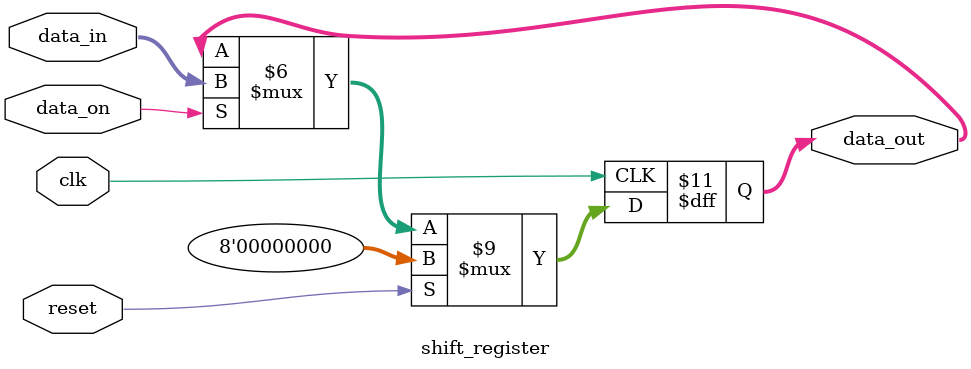
<source format=v>
module top_cnn #(
    parameter CHANNEL_IN         = 3,
    parameter PIXEL_WIDTH        = 16,
    parameter WEIGHT_WIDTH       = 9,
    parameter OUT_WIDTH          = 16,
    parameter IMG_DIM_IN         = 224,

    // Layer-wise filter counts
    parameter FILTERS1           = 4,
    parameter FILTERS2           = 8,
    parameter FILTERS3           = 16,
    parameter FILTERS4           = 16,
    parameter FILTERS5           = 8,
    parameter FILTERS6           = 8,  // Linear1 output size
    parameter FILTERS7           = 2,  // Final output size

    // Derived channel counts
    parameter CHANNEL1           = FILTERS1,
    parameter CHANNEL2           = FILTERS2,
    parameter CHANNEL3           = FILTERS3,
    parameter CHANNEL4           = FILTERS4,
    parameter CHANNEL5           = FILTERS5,
    parameter CHANNEL6           = FILTERS6,

    // Image dimensions post each pooling
    parameter IMG_DIM1           = 222,
    parameter IMG_DIM2           = 109,
    parameter IMG_DIM3           = 52,
    parameter IMG_DIM4           = 24,
    parameter IMG_DIM5           = 10,
    parameter IMG_DIM6           = 5,
    parameter IMG_DIM7           = 1
)(
    input wire clk,
    input wire reset,

    input wire [CHANNEL_IN*PIXEL_WIDTH-1:0] pixel_in,
    input wire data_on,

    input wire [WEIGHT_WIDTH-1:0] bias_in,
    input wire [WEIGHT_WIDTH-1:0] weight_in,
    input wire weight_data_on,
    input wire bias_data_on,
    input wire weight_reset,
    input wire bias_reset,

    output wire weights_done,
    output wire bias_done
);

    // Intermediate layer outputs and valids
    wire [CHANNEL1*OUT_WIDTH-1:0] conv1_out;
    wire conv1_valid;
    wire [CHANNEL1*OUT_WIDTH-1:0] pool1_out;
    wire pool1_valid;

    wire [CHANNEL2*OUT_WIDTH-1:0] conv2_out;
    wire conv2_valid;
    wire [CHANNEL2*OUT_WIDTH-1:0] pool2_out;
    wire pool2_valid;

    wire [CHANNEL3*OUT_WIDTH-1:0] conv3_out;
    wire conv3_valid;
    wire [CHANNEL3*OUT_WIDTH-1:0] pool3_out;
    wire pool3_valid;

    wire [CHANNEL4*OUT_WIDTH-1:0] conv4_out;
    wire conv4_valid;
    wire [CHANNEL4*OUT_WIDTH-1:0] pool4_out;
    wire pool4_valid;

    wire [CHANNEL5*OUT_WIDTH-1:0] conv5_out;
    wire conv5_valid;
    wire [CHANNEL5*OUT_WIDTH-1:0] pool5_out;
    wire pool5_valid;

    wire [CHANNEL6*OUT_WIDTH-1:0] conv6_out;
    wire conv6_valid;

    wire [FILTERS7*OUT_WIDTH-1:0] final_out;
    wire final_valid;

    wire w_done1, w_done2, w_done3, w_done4, w_done5, w_done6, w_done7;
    wire b_done1, b_done2, b_done3, b_done4, b_done5, b_done6, b_done7;

    // Layer 1
    convolution #(
        .CHANNEL(CHANNEL_IN), .IMAGE_DIM(IMG_DIM_IN), .STRIDE(1), .ZERO_PAD(0),
        .DATA_WIDTH_INPUT(PIXEL_WIDTH), .DATA_WIDTH_WEIGHT(WEIGHT_WIDTH),
        .FILTER_NUMBER(FILTERS1), .OUT_WIDTH(OUT_WIDTH)
    ) conv1 (
        .clk(clk), .reset(reset),
        .pixel_in(pixel_in), .data_on(data_on),
        .bias_in(bias_in), .weight_in(weight_in),
        .weight_data_on(weight_data_on), .bias_data_on(bias_data_on),
        .weight_reset(weight_reset), .bias_reset(bias_reset),
        .weights_done(w_done1), .bias_done(b_done1),
        .conv_out(conv1_out), .mul_do(conv1_valid)
    );

    maxpooling #(
        .CHANNEL(CHANNEL1), .IMAGE_DIM(IMG_DIM1), .STRIDE(2),
        .DATA_WIDTH(OUT_WIDTH)
    ) pool1 (
        .clk(clk), .reset(reset),
        .pixel_in(conv1_out), .data_on(conv1_valid),
        .pool_out(pool1_out), .pool_valid(pool1_valid)
    );

    // Layer 2
    convolution #(
        .CHANNEL(CHANNEL1), .IMAGE_DIM(IMG_DIM1/2), .STRIDE(1), .ZERO_PAD(0),
        .DATA_WIDTH_INPUT(PIXEL_WIDTH), .DATA_WIDTH_WEIGHT(WEIGHT_WIDTH),
        .FILTER_NUMBER(FILTERS2), .OUT_WIDTH(OUT_WIDTH)
    ) conv2 (
        .clk(clk), .reset(reset),
        .pixel_in(pool1_out), .data_on(pool1_valid),
        .bias_in(bias_in), .weight_in(weight_in),
        .weight_data_on(weight_data_on), .bias_data_on(bias_data_on),
        .weight_reset(weight_reset), .bias_reset(bias_reset),
        .weights_done(w_done2), .bias_done(b_done2),
        .conv_out(conv2_out), .mul_do(conv2_valid)
    );

    maxpooling #(
        .CHANNEL(CHANNEL2), .IMAGE_DIM(IMG_DIM2), .STRIDE(2),
        .DATA_WIDTH(OUT_WIDTH)
    ) pool2 (
        .clk(clk), .reset(reset),
        .pixel_in(conv2_out), .data_on(conv2_valid),
        .pool_out(pool2_out), .pool_valid(pool2_valid)
    );

    // Layer 3
    convolution #(
        .CHANNEL(CHANNEL2), .IMAGE_DIM(IMG_DIM2/2), .STRIDE(1), .ZERO_PAD(0),
        .DATA_WIDTH_INPUT(PIXEL_WIDTH), .DATA_WIDTH_WEIGHT(WEIGHT_WIDTH),
        .FILTER_NUMBER(FILTERS3), .OUT_WIDTH(OUT_WIDTH)
    ) conv3 (
        .clk(clk), .reset(reset),
        .pixel_in(pool2_out), .data_on(pool2_valid),
        .bias_in(bias_in), .weight_in(weight_in),
        .weight_data_on(weight_data_on), .bias_data_on(bias_data_on),
        .weight_reset(weight_reset), .bias_reset(bias_reset),
        .weights_done(w_done3), .bias_done(b_done3),
        .conv_out(conv3_out), .mul_do(conv3_valid)
    );

    maxpooling #(
        .CHANNEL(CHANNEL3), .IMAGE_DIM(IMG_DIM3), .STRIDE(2),
        .DATA_WIDTH(OUT_WIDTH)
    ) pool3 (
        .clk(clk), .reset(reset),
        .pixel_in(conv3_out), .data_on(conv3_valid),
        .pool_out(pool3_out), .pool_valid(pool3_valid)
    );

    // Layer 4
    convolution #(
        .CHANNEL(CHANNEL3), .IMAGE_DIM(IMG_DIM3/2), .STRIDE(1), .ZERO_PAD(0),
        .DATA_WIDTH_INPUT(PIXEL_WIDTH), .DATA_WIDTH_WEIGHT(WEIGHT_WIDTH),
        .FILTER_NUMBER(FILTERS4), .OUT_WIDTH(OUT_WIDTH)
    ) conv4 (
        .clk(clk), .reset(reset),
        .pixel_in(pool3_out), .data_on(pool3_valid),
        .bias_in(bias_in), .weight_in(weight_in),
        .weight_data_on(weight_data_on), .bias_data_on(bias_data_on),
        .weight_reset(weight_reset), .bias_reset(bias_reset),
        .weights_done(w_done4), .bias_done(b_done4),
        .conv_out(conv4_out), .mul_do(conv4_valid)
    );

    maxpooling #(
        .CHANNEL(CHANNEL4), .IMAGE_DIM(IMG_DIM4), .STRIDE(2),
        .DATA_WIDTH(OUT_WIDTH)
    ) pool4 (
        .clk(clk), .reset(reset),
        .pixel_in(conv4_out), .data_on(conv4_valid),
        .pool_out(pool4_out), .pool_valid(pool4_valid)
    );

    // Layer 5
    convolution #(
        .CHANNEL(CHANNEL4), .IMAGE_DIM(IMG_DIM4/2), .STRIDE(1), .ZERO_PAD(0),
        .DATA_WIDTH_INPUT(PIXEL_WIDTH), .DATA_WIDTH_WEIGHT(WEIGHT_WIDTH),
        .FILTER_NUMBER(FILTERS5), .OUT_WIDTH(OUT_WIDTH)
    ) conv5 (
        .clk(clk), .reset(reset),
        .pixel_in(pool4_out), .data_on(pool4_valid),
        .bias_in(bias_in), .weight_in(weight_in),
        .weight_data_on(weight_data_on), .bias_data_on(bias_data_on),
        .weight_reset(weight_reset), .bias_reset(bias_reset),
        .weights_done(w_done5), .bias_done(b_done5),
        .conv_out(conv5_out), .mul_do(conv5_valid)
    );

    maxpooling #(
        .CHANNEL(CHANNEL5), .IMAGE_DIM(IMG_DIM5), .STRIDE(2),
        .DATA_WIDTH(OUT_WIDTH)
    ) pool5 (
        .clk(clk), .reset(reset),
        .pixel_in(conv5_out), .data_on(conv5_valid),
        .pool_out(pool5_out), .pool_valid(pool5_valid)
    );

    // Layer 6: Linear
    LinearLayer #(
        .CHANNEL(CHANNEL5), .IMG_DIM(IMG_DIM6), .FILTER_NUMBER(FILTERS6),
        .DATA_WIDTH_INPUT(PIXEL_WIDTH), .DATA_WIDTH_WEIGHT(WEIGHT_WIDTH),
        .OUT_WIDTH(OUT_WIDTH)
    ) linear1 (
        .clk(clk), .reset(reset),
        .pixel_in(pool5_out), .data_on(pool5_valid),
        .bias_in(bias_in), .weight_in(weight_in),
        .weight_data_on(weight_data_on), .bias_data_on(bias_data_on),
        .weight_reset(weight_reset), .bias_reset(bias_reset),
        .weights_done(w_done6), .bias_done(b_done6),
        .conv_out(conv6_out), .mul_do(conv6_valid)
    );

    // Layer 7: Final linear
    LinearLayer #(
        .CHANNEL(CHANNEL6), .IMG_DIM(IMG_DIM7), .FILTER_NUMBER(FILTERS7),
        .DATA_WIDTH_INPUT(PIXEL_WIDTH), .DATA_WIDTH_WEIGHT(WEIGHT_WIDTH),
        .OUT_WIDTH(OUT_WIDTH)
    ) linear2 (
        .clk(clk), .reset(reset),
        .pixel_in(conv6_out), .data_on(conv6_valid),
        .bias_in(bias_in), .weight_in(weight_in),
        .weight_data_on(weight_data_on), .bias_data_on(bias_data_on),
        .weight_reset(weight_reset), .bias_reset(bias_reset),
        .weights_done(w_done7), .bias_done(b_done7),
        .conv_out(final_out), .mul_do(final_valid)
    );

    assign weights_done = w_done1 & w_done2 & w_done3 & w_done4 & w_done5 & w_done6 & w_done7;
    assign bias_done    = b_done1 & b_done2 & b_done3 & b_done4 & b_done5 & b_done6 & b_done7;

endmodule


/////////////////////////////////////////////////////////////////////////
//Linear Layer
/////////////////////////////////////////////////////////////////////////
module LinearLayer #(
    parameter IMG_DIM = 5,
    parameter CHANNEL = 8,
    parameter FILTER_NUMBER = 8,
    parameter DATA_WIDTH_INPUT = 16,
    parameter DATA_WIDTH_WEIGHT = 12,
    parameter OUT_WIDTH = 20
)(
    input clk,
    input reset,

    input [DATA_WIDTH_WEIGHT-1:0] weight_in,
    input [DATA_WIDTH_WEIGHT-1:0] bias_in,
    input weight_data_on,
    input bias_data_on,
    input weight_reset,
    input bias_reset,

    input [CHANNEL*DATA_WIDTH_INPUT-1:0] pixel_in,
    input data_on,

    output reg weights_done,
    output reg bias_done,
    output reg [FILTER_NUMBER*OUT_WIDTH-1:0] conv_out,
    output reg mul_do
);

    localparam TOTAL_INPUTS = IMG_DIM * IMG_DIM;
    localparam TOTAL_WEIGHTS = TOTAL_INPUTS * CHANNEL * FILTER_NUMBER;
    localparam ADDR_WIDTH_WEIGHT = $clog2(TOTAL_WEIGHTS);
    localparam ADDR_WIDTH_BIAS = $clog2(FILTER_NUMBER);

    reg [DATA_WIDTH_WEIGHT-1:0] weight_mem [0:TOTAL_WEIGHTS-1];
    reg [ADDR_WIDTH_WEIGHT-1:0] weight_wr_addr;

    reg [DATA_WIDTH_WEIGHT-1:0] bias_mem [0:FILTER_NUMBER-1];
    reg [ADDR_WIDTH_BIAS-1:0] bias_wr_addr;

    reg signed [OUT_WIDTH-1:0] acc [0:FILTER_NUMBER-1];

    reg [$clog2(TOTAL_INPUTS)-1:0] input_count;

    reg signed [DATA_WIDTH_INPUT-1:0] pixel;
    reg signed [DATA_WIDTH_WEIGHT-1:0] weight;
    reg signed [OUT_WIDTH-1:0] product;

    integer f, c;

    always @(posedge clk or posedge reset) begin
        if (reset) begin
            weights_done <= 0;
            bias_done <= 0;
            weight_wr_addr <= 0;
            bias_wr_addr <= 0;
            input_count <= 0;
            mul_do <= 0;
            conv_out <= 0;
            for (f = 0; f < FILTER_NUMBER; f = f + 1)
                acc[f] <= 0;
        end else begin
            // Weight Loading
            if (weight_reset) begin
                weight_wr_addr <= 0;
                weights_done <= 0;
            end else if (weight_data_on && !weights_done) begin
                weight_mem[weight_wr_addr] <= weight_in;
                weight_wr_addr <= weight_wr_addr + 1;
                if (weight_wr_addr == TOTAL_WEIGHTS - 1)
                    weights_done <= 1;
            end

            // Bias Loading
            if (bias_reset) begin
                bias_wr_addr <= 0;
                bias_done <= 0;
            end else if (bias_data_on && !bias_done) begin
                bias_mem[bias_wr_addr] <= bias_in;
                bias_wr_addr <= bias_wr_addr + 1;
                if (bias_wr_addr == FILTER_NUMBER - 1)
                    bias_done <= 1;
            end

            // Computation
            if (data_on) begin
                mul_do <= 1;
                for (f = 0; f < FILTER_NUMBER; f = f + 1) begin
                    for (c = 0; c < CHANNEL; c = c + 1) begin
                        pixel = pixel_in[c*DATA_WIDTH_INPUT +: DATA_WIDTH_INPUT];
                        weight = weight_mem[(input_count * CHANNEL * FILTER_NUMBER) + (f * CHANNEL + c)];
                        product = pixel * weight;
                        acc[f] <= acc[f] + (product >>> 4);
                    end
                end
                input_count <= input_count + 1;
                if (input_count == TOTAL_INPUTS - 1) begin
                    for (f = 0; f < FILTER_NUMBER; f = f + 1) begin
                        acc[f] <= acc[f] + bias_mem[f];
                        conv_out[f*OUT_WIDTH +: OUT_WIDTH] <= acc[f];
                        acc[f] <= 0;
                    end
                    input_count <= 0;
                end
            end else begin
                mul_do <= 0;
            end
        end
    end
endmodule



////////////////////////////////////////////////////////////////////////
//MAXPOOLING
////////////////////////////////////////////////////////////////////////

module maxpooling #(
    parameter IMAGE_DIM = 32,
    parameter STRIDE = 2,
    parameter ZERO_PAD = 0,
    parameter DATA_WIDTH = 8,
    parameter CHANNEL = 3
)(
    input wire clk,
    input wire reset,
    input wire [CHANNEL*DATA_WIDTH-1:0] pixel_in,
    input wire data_on,
    output wire [CHANNEL*DATA_WIDTH-1:0] pool_out,
    output wire pool_valid
);

    wire [CHANNEL*4*DATA_WIDTH-1:0] window_pixels;

    image_window_extractor_2x2 #(
        .IMAGE_DIM(IMAGE_DIM),
        .ZERO_PAD(ZERO_PAD),
        .DATA_WIDTH(DATA_WIDTH),
        .CHANNEL(CHANNEL),
        .STRIDE(STRIDE)
    ) win_extractor (
        .clk(clk),
        .reset(reset),
        .data_on(data_on),
        .pixel_in(pixel_in),
        .window_out(window_pixels),
        .mul_do(pool_valid)
    );

    genvar ch;
    generate
        for (ch = 0; ch < CHANNEL; ch = ch + 1) begin : pool_ch
            wire [DATA_WIDTH-1:0] p0, p1, p2, p3;
            assign p0 = window_pixels[(ch*4+0)*DATA_WIDTH +: DATA_WIDTH];
            assign p1 = window_pixels[(ch*4+1)*DATA_WIDTH +: DATA_WIDTH];
            assign p2 = window_pixels[(ch*4+2)*DATA_WIDTH +: DATA_WIDTH];
            assign p3 = window_pixels[(ch*4+3)*DATA_WIDTH +: DATA_WIDTH];

            wire [DATA_WIDTH-1:0] max0 = (p0 > p1) ? p0 : p1;
            wire [DATA_WIDTH-1:0] max1 = (p2 > p3) ? p2 : p3;
            wire [DATA_WIDTH-1:0] max_final = (max0 > max1) ? max0 : max1;

            assign pool_out[ch*DATA_WIDTH +: DATA_WIDTH] = max_final;
        end
    endgenerate

endmodule

////////////////////////////////////////////////////////////////////////
//CONVOLUTION
////////////////////////////////////////////////////////////////////////

module convolution #(
    parameter IMAGE_DIM = 32,
    parameter STRIDE = 1,
    parameter FILTER_SIZE = 3,
    parameter ZERO_PAD = 1,
    parameter DATA_WIDTH_INPUT = 30,
    parameter DATA_WIDTH_WEIGHT = 21,
    parameter CHANNEL = 3,
    parameter FILTER_NUMBER = 8,
    parameter OUT_WIDTH = 30
)(
    input wire clk,
    input wire reset,

    input wire [CHANNEL*DATA_WIDTH_INPUT-1:0] pixel_in,
    input wire data_on,

    input wire [DATA_WIDTH_WEIGHT-1:0] bias_in,
    input wire [DATA_WIDTH_WEIGHT-1:0] weight_in,
    input wire weight_data_on,
    input wire bias_data_on,
    input wire weight_reset,
    input wire bias_reset,

    output wire weights_done,
    output wire bias_done,
    output wire [FILTER_NUMBER*OUT_WIDTH-1:0] conv_out,
    output wire mul_do
);

    localparam WINDOW_SIZE = 9;
    localparam TOTAL_WEIGHTS = CHANNEL * WINDOW_SIZE * FILTER_NUMBER;
    localparam ADDR_WIDTH_WEIGHT = $clog2(TOTAL_WEIGHTS);
    localparam MULT_WIDTH = DATA_WIDTH_INPUT + DATA_WIDTH_WEIGHT;
    localparam FRAC_WIDTH_INPUT = 21;
    localparam FRAC_WIDTH_WEIGHT = 21;
    localparam FRAC_WIDTH_OUTPUT = 21;
    localparam TRUNCATE_LSB = 21;

    // Bias memory
    wire [FILTER_NUMBER*DATA_WIDTH_WEIGHT-1:0] flat_bias;

    // Bias Loader
    bias_loader #(
        .FILTER_NUMBER(FILTER_NUMBER),
        .DATA_WIDTH_WEIGHT(DATA_WIDTH_WEIGHT)
    ) bias_loader_inst (
        .clk(clk),
        .bias_reset(bias_reset),
        .bias_data_on(bias_data_on),
        .bias_in(bias_in),
        .bias_done(bias_done),
        .flat_bias(flat_bias)
    );

    // Weight Loader with shift registers
    weight_loader_conv #(
        .CHANNEL(CHANNEL),
        .FILTER_NUMBER(FILTER_NUMBER)
    ) weight_loader_inst (
        .clk(clk),
        .weight_reset(weight_reset),
        .weight_data_on(weight_data_on),
        .weights_done(weights_done)
    );

    // Shift register chain to hold weights
    wire [DATA_WIDTH_WEIGHT-1:0] shift_reg_out [0:TOTAL_WEIGHTS-1];
    wire [DATA_WIDTH_WEIGHT-1:0] shift_reg_in [0:TOTAL_WEIGHTS-1];

    genvar i;
    generate
        for (i = 0; i < TOTAL_WEIGHTS; i = i + 1) begin : shift_chain
            if (i == 0) begin
                assign shift_reg_in[i] = weight_in;
            end else begin
                assign shift_reg_in[i] = shift_reg_out[i-1];
            end

            shift_register #(
                .N(DATA_WIDTH_WEIGHT)
            ) sr_inst (
                .clk(clk),
                .reset(weight_reset),
                .data_on(weight_data_on && !weights_done),
                .data_in(shift_reg_in[i]),
                .data_out(shift_reg_out[i])
            );
        end
    endgenerate

    // Window extractor
    wire [CHANNEL*WINDOW_SIZE*DATA_WIDTH_INPUT-1:0] window_pixels;

    image_window_extractor #(
        .IMAGE_DIM(IMAGE_DIM),
        .ZERO_PAD(ZERO_PAD),
        .DATA_WIDTH(DATA_WIDTH_INPUT),
        .CHANNEL(CHANNEL),
        .STRIDE(STRIDE)
    ) image_window_extractor_inst (
        .clk(clk),
        .reset(reset),
        .data_on(data_on),
        .pixel_in(pixel_in),
        .window_out(window_pixels),
        .mul_do(mul_do)
    );

    // MAC logic directly inside this module
    genvar f, c, w;
    generate
        for (f = 0; f < FILTER_NUMBER; f = f + 1) begin : filter_loop
            wire signed [OUT_WIDTH-1:0] partial_sum [0:CHANNEL*WINDOW_SIZE-1];

            for (c = 0; c < CHANNEL; c = c + 1) begin : channel_loop
                for (w = 0; w < WINDOW_SIZE; w = w + 1) begin : win_loop
                    wire signed [DATA_WIDTH_INPUT-1:0] pixel = window_pixels[(c*WINDOW_SIZE + w)*DATA_WIDTH_INPUT +: DATA_WIDTH_INPUT];
                    wire signed [DATA_WIDTH_WEIGHT-1:0] weight = shift_reg_out[(f*CHANNEL*WINDOW_SIZE) + (c*WINDOW_SIZE + w)];

                    wire signed [MULT_WIDTH-1:0] product_full = pixel * weight;
                    wire signed [MULT_WIDTH-TRUNCATE_LSB-1:0] product_trunc = product_full[MULT_WIDTH-1:TRUNCATE_LSB];
                    wire signed [OUT_WIDTH-1:0] product_ext = {{(OUT_WIDTH-(MULT_WIDTH-TRUNCATE_LSB)){product_trunc[MULT_WIDTH-TRUNCATE_LSB-1]}}, product_trunc};

                    assign partial_sum[c*WINDOW_SIZE + w] = product_ext;
                end
            end

            // Accumulate all products
            wire signed [OUT_WIDTH-1:0] acc_temp [0:CHANNEL*WINDOW_SIZE];
            assign acc_temp[0] = partial_sum[0];
            for (w = 1; w < CHANNEL*WINDOW_SIZE; w = w + 1) begin : acc_loop
                assign acc_temp[w] = acc_temp[w-1] + partial_sum[w];
            end

            // Add bias
            wire signed [DATA_WIDTH_WEIGHT-1:0] bias_raw = flat_bias[f*DATA_WIDTH_WEIGHT +: DATA_WIDTH_WEIGHT];
            wire signed [OUT_WIDTH-1:0] bias_ext = {{(OUT_WIDTH-DATA_WIDTH_WEIGHT){bias_raw[DATA_WIDTH_WEIGHT-1]}}, bias_raw};
            wire signed [OUT_WIDTH-1:0] acc_with_bias = acc_temp[CHANNEL*WINDOW_SIZE-1] + bias_ext;

            // ReLU
            wire [OUT_WIDTH-1:0] relu_out = acc_with_bias[OUT_WIDTH-1] ? {OUT_WIDTH{1'b0}} : acc_with_bias;

            // Assign to output
            assign conv_out[f*OUT_WIDTH +: OUT_WIDTH] = relu_out;
        end
    endgenerate

endmodule


////////////////////////////////////////////////////////////////////////
//BIAS_LOADER
////////////////////////////////////////////////////////////////////////

module bias_loader #(
    parameter FILTER_NUMBER = 8,
    parameter DATA_WIDTH_WEIGHT = 9
)(
    input wire clk,
    input wire bias_reset,
    input wire bias_data_on,
    input wire [DATA_WIDTH_WEIGHT-1:0] bias_in,
    output reg bias_done,
    output reg [FILTER_NUMBER*DATA_WIDTH_WEIGHT-1:0] flat_bias
);

    reg [$clog2(FILTER_NUMBER):0] bias_ptr;

    always @(posedge clk or posedge bias_reset) begin
        if (bias_reset) begin
            bias_ptr <= 0;
            flat_bias <= 0;
            bias_done <= 0;
        end else if (bias_data_on && !bias_done) begin
            flat_bias[bias_ptr*DATA_WIDTH_WEIGHT +: DATA_WIDTH_WEIGHT] <= bias_in;
            bias_ptr <= bias_ptr + 1;
            if (bias_ptr == FILTER_NUMBER-1)
                bias_done <= 1;
        end
    end
endmodule

////////////////////////////////////////////////////////////////////////
//WEIGHT_LOADER_CONV
////////////////////////////////////////////////////////////////////////

module weight_loader_conv #(
    parameter CHANNEL = 3,
    parameter FILTER_NUMBER = 8
)(
    input wire clk,
    input wire weight_reset,
    input wire weight_data_on,
    output reg weights_done
);

    localparam TOTAL_WEIGHTS = CHANNEL * 9 * FILTER_NUMBER;
    localparam ADDR_WIDTH = $clog2(TOTAL_WEIGHTS);


    // Write pointer and weights_done logic
    reg [ADDR_WIDTH-1:0] write_ptr;
    always @(posedge clk or posedge weight_reset) begin
        if (weight_reset) begin
            write_ptr <= 0;
            weights_done <= 0;
        end else if (weight_data_on && !weights_done) begin
            write_ptr <= write_ptr + 1;
            if (write_ptr == TOTAL_WEIGHTS - 1) begin
                weights_done <= 1;
            end
        end
    end

endmodule

////////////////////////////////////////////////////////////////////////
//IMAGE_WINDOW_EXTRACTOR_3*3
////////////////////////////////////////////////////////////////////////

module image_window_extractor_2x2 #(
    parameter IMAGE_DIM = 32,
    parameter ZERO_PAD = 0,
    parameter DATA_WIDTH = 8,
    parameter CHANNEL = 3,
    parameter STRIDE = 2
)(
    input wire clk,
    input wire reset,
    input wire data_on,
    input wire [CHANNEL*DATA_WIDTH-1:0] pixel_in,
    output wire [CHANNEL*4*DATA_WIDTH-1:0] window_out,
    output reg mul_do
);

    localparam ROW_LEN = IMAGE_DIM + 2*ZERO_PAD;

    genvar ch, i;
    generate
        for (ch = 0; ch < CHANNEL; ch = ch + 1) begin : channel_block
            wire [DATA_WIDTH-1:0] row_buffer [0:ROW_LEN-1]; // one line buffer per channel

            // Shift registers for the row buffer
            shift_register #(.N(DATA_WIDTH)) sr_row0 (
                .clk(clk),
                .reset(reset),
                .data_on(data_on),
                .data_in(pixel_in[ch*DATA_WIDTH +: DATA_WIDTH]),
                .data_out(row_buffer[0])
            );
            for (i = 1; i < ROW_LEN; i = i + 1) begin : row_buf
                shift_register #(.N(DATA_WIDTH)) sr_row (
                    .clk(clk),
                    .reset(reset),
                    .data_on(data_on),
                    .data_in(row_buffer[i-1]),
                    .data_out(row_buffer[i])
                );
            end

            // Registers to hold current row pixels (streamed in)
            reg [DATA_WIDTH-1:0] curr_pix0, curr_pix1;
            always @(posedge clk) begin
                if (data_on) begin
                    curr_pix0 <= pixel_in[ch*DATA_WIDTH +: DATA_WIDTH];
                    curr_pix1 <= row_buffer[0];
                end
            end

            // Extract 2x2 window: [prev_row[i], prev_row[i+1], curr_row[i], curr_row[i+1]]
            assign window_out[ch*4*DATA_WIDTH +: 4*DATA_WIDTH] = {
                row_buffer[1], row_buffer[0], // previous row pixels
                curr_pix1, curr_pix0          // current row pixels
            };
        end
    endgenerate

    // Valid signal logic
    reg [$clog2(ROW_LEN)-1:0] x_pos;
    reg [$clog2(IMAGE_DIM + 2*ZERO_PAD)-1:0] y_pos;
    reg [$clog2(ROW_LEN*2):0] data_count;

    always @(posedge clk or posedge reset) begin
        if (reset) begin
            x_pos <= 0;
            y_pos <= 0;
            data_count <= 0;
        end else if (data_on) begin
            data_count <= data_count + 1;
            if (x_pos == ROW_LEN - 1) begin
                x_pos <= 0;
                y_pos <= y_pos + 1;
            end else begin
                x_pos <= x_pos + 1;
            end
        end
    end

    always @(*) begin
        // We need 2 rows filled to form valid 2x2 window
        if (data_count >= ROW_LEN + 1) begin
            mul_do = ((x_pos % STRIDE == 0) && (y_pos % STRIDE == 0));
        end else begin
            mul_do = 0;
        end
    end

endmodule



////////////////////////////////////////////////////////////////////////
//IMAGE_WINDOW_EXTRACTOR
////////////////////////////////////////////////////////////////////////

module image_window_extractor #(
    parameter IMAGE_DIM = 32,
    parameter ZERO_PAD = 1,
    parameter DATA_WIDTH = 8,
    parameter CHANNEL = 3,
        parameter STRIDE = 1
)(
    input wire clk,
    input wire reset,
    input wire data_on,
    input wire [CHANNEL*DATA_WIDTH-1:0] pixel_in,
    output wire [CHANNEL*9*DATA_WIDTH-1:0] window_out,
    output reg mul_do
);

    localparam ROW_LEN = IMAGE_DIM + 2*ZERO_PAD;

    // Shift Register Module (as provided)
    // module shift_register #(parameter N = 8)(...); // Assume already defined elsewhere

    genvar ch, i;

    // For each channel
    generate
        for (ch = 0; ch < CHANNEL; ch = ch + 1) begin : channel_block
            // --- First horizontal chain ---
            wire [DATA_WIDTH-1:0] row1_chain [0:ROW_LEN-1];
            // --- Second horizontal chain ---
            wire [DATA_WIDTH-1:0] row2_chain [0:ROW_LEN-1];

            // First element of row1_chain gets pixel_in for this channel
            shift_register #(.N(DATA_WIDTH)) sr_row1_0 (
                .clk(clk),
                .reset(reset),
                .data_on(data_on),
                .data_in(pixel_in[ch*DATA_WIDTH +: DATA_WIDTH]),
                .data_out(row1_chain[0])
            );
            // Rest of row1_chain
            for (i = 1; i < ROW_LEN; i = i + 1) begin : row1_chain_gen
                shift_register #(.N(DATA_WIDTH)) sr_row1 (
                    .clk(clk),
                    .reset(reset),
                    .data_on(data_on),
                    .data_in(row1_chain[i-1]),
                    .data_out(row1_chain[i])
                );
            end

            // row2_chain[0] gets last of row1_chain
            shift_register #(.N(DATA_WIDTH)) sr_row2_0 (
                .clk(clk),
                .reset(reset),
                .data_on(data_on),
                .data_in(row1_chain[ROW_LEN-1]),
                .data_out(row2_chain[0])
            );
            // Rest of row2_chain
            for (i = 1; i < ROW_LEN; i = i + 1) begin : row2_chain_gen
                shift_register #(.N(DATA_WIDTH)) sr_row2 (
                    .clk(clk),
                    .reset(reset),
                    .data_on(data_on),
                    .data_in(row2_chain[i-1]),
                    .data_out(row2_chain[i])
                );
            end

            // --- Vertical shift registers (depth 3) for each of 3 columns ---
            wire [DATA_WIDTH-1:0] col0 [0:2];
            wire [DATA_WIDTH-1:0] col1 [0:2];
            wire [DATA_WIDTH-1:0] col2 [0:2];

            // col0: pixel_in chain
            shift_register #(.N(DATA_WIDTH)) sr_col0_0 (
                .clk(clk),
                .reset(reset),
                .data_on(data_on),
                .data_in(pixel_in[ch*DATA_WIDTH +: DATA_WIDTH]),
                .data_out(col0[0])
            );
            shift_register #(.N(DATA_WIDTH)) sr_col0_1 (
                .clk(clk),
                .reset(reset),
                .data_on(data_on),
                .data_in(col0[0]),
                .data_out(col0[1])
            );
            shift_register #(.N(DATA_WIDTH)) sr_col0_2 (
                .clk(clk),
                .reset(reset),
                .data_on(data_on),
                .data_in(col0[1]),
                .data_out(col0[2])
            );

            // col1: row1_chain[ROW_LEN-1] chain
            shift_register #(.N(DATA_WIDTH)) sr_col1_0 (
                .clk(clk),
                .reset(reset),
                .data_on(data_on),
                .data_in(row1_chain[ROW_LEN-1]),
                .data_out(col1[0])
            );
            shift_register #(.N(DATA_WIDTH)) sr_col1_1 (
                .clk(clk),
                .reset(reset),
                .data_on(data_on),
                .data_in(col1[0]),
                .data_out(col1[1])
            );
            shift_register #(.N(DATA_WIDTH)) sr_col1_2 (
                .clk(clk),
                .reset(reset),
                .data_on(data_on),
                .data_in(col1[1]),
                .data_out(col1[2])
            );

            // col2: row2_chain[ROW_LEN-1] chain
            shift_register #(.N(DATA_WIDTH)) sr_col2_0 (
                .clk(clk),
                .reset(reset),
                .data_on(data_on),
                .data_in(row2_chain[ROW_LEN-1]),
                .data_out(col2[0])
            );
            shift_register #(.N(DATA_WIDTH)) sr_col2_1 (
                .clk(clk),
                .reset(reset),
                .data_on(data_on),
                .data_in(col2[0]),
                .data_out(col2[1])
            );
            shift_register #(.N(DATA_WIDTH)) sr_col2_2 (
                .clk(clk),
                .reset(reset),
                .data_on(data_on),
                .data_in(col2[1]),
                .data_out(col2[2])
            );

            // --- Concatenate the 3x3 window for this channel ---
            assign window_out[ch*9*DATA_WIDTH +: 9*DATA_WIDTH] = {
                col2[2], col2[1], col2[0], // bottom row
                col1[2], col1[1], col1[0], // middle row
                col0[2], col0[1], col0[0]  // top row
            };
        end
    endgenerate

    // --- mul_do: Asserted when enough data has been loaded to form a valid window ---
    // This is a simple example: you may want a more precise condition
    reg [$clog2(ROW_LEN)-1:0] x_pos;
    reg [$clog2(IMAGE_DIM + 2*ZERO_PAD)-1:0] y_pos;
    reg [$clog2(ROW_LEN*3):0] data_count;
    always @(posedge clk or posedge reset) begin
        if (reset) begin
            x_pos <= 0;
            y_pos <= 0;
        end else if (data_on) begin
            if (x_pos == ROW_LEN - 1) begin
                x_pos <= 0;
                y_pos <= y_pos + 1;
            end else begin
                x_pos <= x_pos + 1;
            end
        end
    end


    always @(*) begin
        // We need at least 3 rows filled to form valid window
        if (data_count >= ROW_LEN * 2 + 2) begin
            mul_do = ((x_pos % STRIDE == 0) && (y_pos % STRIDE == 0));
        end else begin
            mul_do = 0;
        end
    end

endmodule

////////////////////////////////////////////////////////////////////////
//SHIFT_REGISTER
////////////////////////////////////////////////////////////////////////

module shift_register #(
    parameter N = 8
)(
    input wire clk,
    input wire reset,
    input wire data_on,
    input wire [N-1:0] data_in,
    output reg [N-1:0] data_out
);
    always @(posedge clk) begin
        if (reset)
            data_out <= 0;
        else if (data_on)
            data_out <= data_in;
    end
endmodule                                                                                                                 
                                                                                                                                                                                                                                                                                                                                                                                                                                                                                  
</source>
